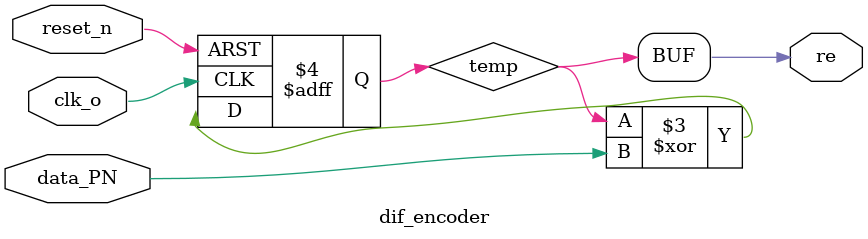
<source format=v>
module dif_encoder(
		clk_o,
		reset_n,
		data_PN,

		re
);
	input 	clk_o;
	input 	reset_n;
	input 	data_PN;
	
	output 	re;
	
	reg		temp;
	
	always @( posedge clk_o or negedge reset_n )
	begin
		if ( !reset_n )
		begin
			temp <= 1;
		end
		else
		begin
			temp <= temp ^ data_PN;
		end
	end
	
	assign re = temp;
	
endmodule
</source>
